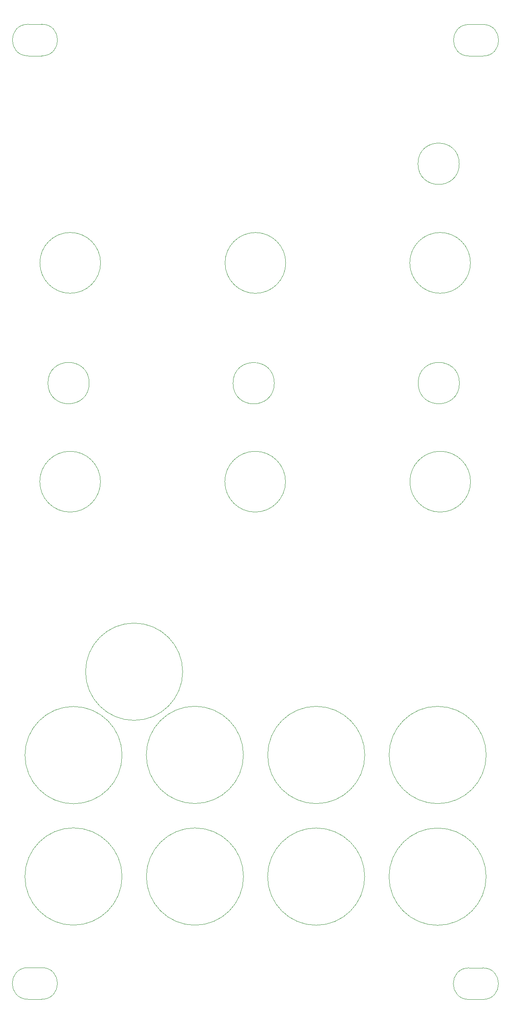
<source format=gbr>
%TF.GenerationSoftware,KiCad,Pcbnew,(5.1.9)-1*%
%TF.CreationDate,2021-08-21T12:12:35+01:00*%
%TF.ProjectId,KOSMOS LFO6 Front Panel,4b4f534d-4f53-4204-9c46-4f362046726f,rev?*%
%TF.SameCoordinates,Original*%
%TF.FileFunction,Other,User*%
%FSLAX46Y46*%
G04 Gerber Fmt 4.6, Leading zero omitted, Abs format (unit mm)*
G04 Created by KiCad (PCBNEW (5.1.9)-1) date 2021-08-21 12:12:35*
%MOMM*%
%LPD*%
G01*
G04 APERTURE LIST*
%ADD10C,0.050000*%
G04 APERTURE END LIST*
D10*
%TO.C,H1*%
X-108640000Y-199320000D02*
X-105840000Y-199320000D01*
X-108640000Y-205820000D02*
X-105840000Y-205820000D01*
X-108640000Y-199320000D02*
G75*
G03*
X-108640000Y-205820000I0J-3250000D01*
G01*
X-105840000Y-199320000D02*
G75*
G02*
X-105840000Y-205820000I0J-3250000D01*
G01*
%TO.C,H2*%
X-57930000Y-79140000D02*
G75*
G03*
X-57930000Y-79140000I-4250000J0D01*
G01*
%TO.C,H3*%
X-17530000Y-54400000D02*
G75*
G03*
X-17530000Y-54400000I-6250000J0D01*
G01*
%TO.C,H4*%
X-64270000Y-180590000D02*
G75*
G03*
X-64270000Y-180590000I-10000000J0D01*
G01*
%TO.C,H5*%
X-93730000Y-99390000D02*
G75*
G03*
X-93730000Y-99390000I-6250000J0D01*
G01*
%TO.C,H6*%
X-14290000Y-155590000D02*
G75*
G03*
X-14290000Y-155590000I-10000000J0D01*
G01*
%TO.C,H7*%
X-108620000Y-11830000D02*
X-105820000Y-11830000D01*
X-108620000Y-5330000D02*
X-105820000Y-5330000D01*
X-105820000Y-5330000D02*
G75*
G02*
X-105820000Y-11830000I0J-3250000D01*
G01*
X-108620000Y-5330000D02*
G75*
G03*
X-108620000Y-11830000I0J-3250000D01*
G01*
%TO.C,H8*%
X-19800000Y-79120000D02*
G75*
G03*
X-19800000Y-79120000I-4250000J0D01*
G01*
%TO.C,H9*%
X-55620000Y-99390000D02*
G75*
G03*
X-55620000Y-99390000I-6250000J0D01*
G01*
%TO.C,H10*%
X-76800000Y-138470000D02*
G75*
G03*
X-76800000Y-138470000I-10000000J0D01*
G01*
%TO.C,H11*%
X-17810000Y-205870000D02*
X-15010000Y-205870000D01*
X-17810000Y-199370000D02*
X-15010000Y-199370000D01*
X-15010000Y-199370000D02*
G75*
G02*
X-15010000Y-205870000I0J-3250000D01*
G01*
X-17810000Y-199370000D02*
G75*
G03*
X-17810000Y-205870000I0J-3250000D01*
G01*
%TO.C,H12*%
X-96050000Y-79120000D02*
G75*
G03*
X-96050000Y-79120000I-4250000J0D01*
G01*
%TO.C,H13*%
X-55570000Y-54410000D02*
G75*
G03*
X-55570000Y-54410000I-6250000J0D01*
G01*
%TO.C,H14*%
X-39290000Y-155590000D02*
G75*
G03*
X-39290000Y-155590000I-10000000J0D01*
G01*
%TO.C,H15*%
X-17510000Y-99390000D02*
G75*
G03*
X-17510000Y-99390000I-6250000J0D01*
G01*
%TO.C,H16*%
X-89290000Y-180580000D02*
G75*
G03*
X-89290000Y-180580000I-10000000J0D01*
G01*
%TO.C,H17*%
X-17780000Y-5370000D02*
X-14980000Y-5370000D01*
X-17780000Y-11870000D02*
X-14980000Y-11870000D01*
X-17780000Y-5370000D02*
G75*
G03*
X-17780000Y-11870000I0J-3250000D01*
G01*
X-14980000Y-5370000D02*
G75*
G02*
X-14980000Y-11870000I0J-3250000D01*
G01*
%TO.C,H18*%
X-19840000Y-34020000D02*
G75*
G03*
X-19840000Y-34020000I-4250000J0D01*
G01*
%TO.C,H19*%
X-93710000Y-54400000D02*
G75*
G03*
X-93710000Y-54400000I-6250000J0D01*
G01*
%TO.C,H20*%
X-14300000Y-180610000D02*
G75*
G03*
X-14300000Y-180610000I-10000000J0D01*
G01*
%TO.C,H21*%
X-39310000Y-180600000D02*
G75*
G03*
X-39310000Y-180600000I-10000000J0D01*
G01*
%TO.C,H22*%
X-64290000Y-155570000D02*
G75*
G03*
X-64290000Y-155570000I-10000000J0D01*
G01*
%TO.C,H23*%
X-89280000Y-155620000D02*
G75*
G03*
X-89280000Y-155620000I-10000000J0D01*
G01*
%TD*%
M02*

</source>
